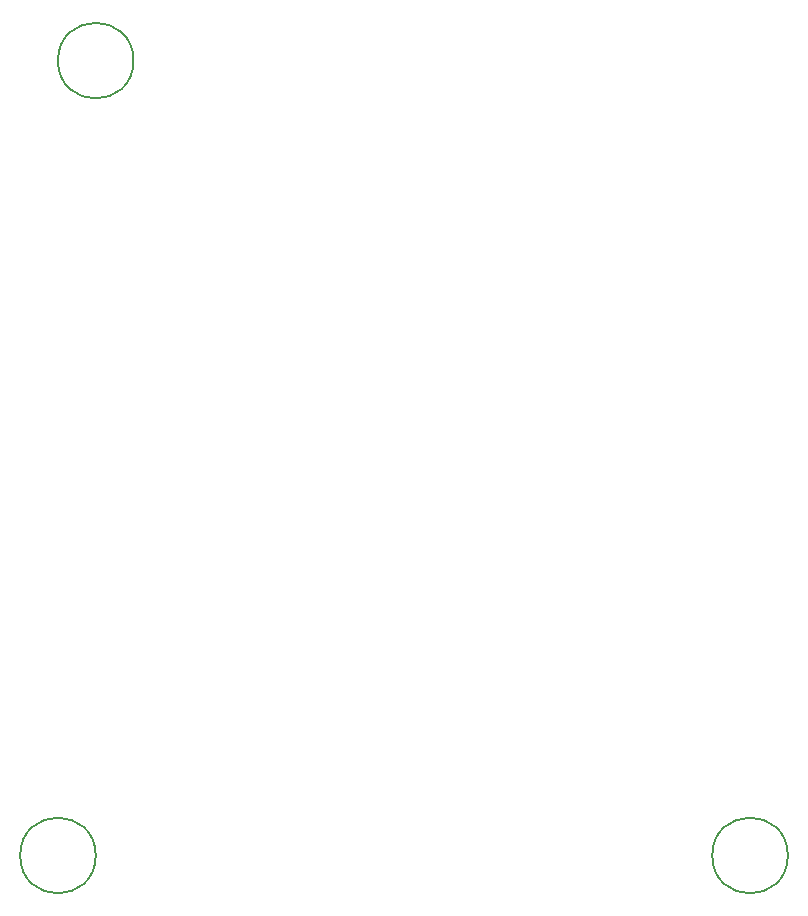
<source format=gbr>
%TF.GenerationSoftware,KiCad,Pcbnew,7.0.1-3b83917a11~172~ubuntu22.04.1*%
%TF.CreationDate,2023-04-06T21:51:22-06:00*%
%TF.ProjectId,gps-tracker,6770732d-7472-4616-936b-65722e6b6963,rev?*%
%TF.SameCoordinates,Original*%
%TF.FileFunction,Other,Comment*%
%FSLAX46Y46*%
G04 Gerber Fmt 4.6, Leading zero omitted, Abs format (unit mm)*
G04 Created by KiCad (PCBNEW 7.0.1-3b83917a11~172~ubuntu22.04.1) date 2023-04-06 21:51:22*
%MOMM*%
%LPD*%
G01*
G04 APERTURE LIST*
%ADD10C,0.150000*%
G04 APERTURE END LIST*
D10*
%TO.C,H3*%
X143500000Y-123300000D02*
G75*
G03*
X143500000Y-123300000I-3200000J0D01*
G01*
%TO.C,H2*%
X84900000Y-123300000D02*
G75*
G03*
X84900000Y-123300000I-3200000J0D01*
G01*
%TO.C,H1*%
X88100000Y-56000000D02*
G75*
G03*
X88100000Y-56000000I-3200000J0D01*
G01*
%TD*%
M02*

</source>
